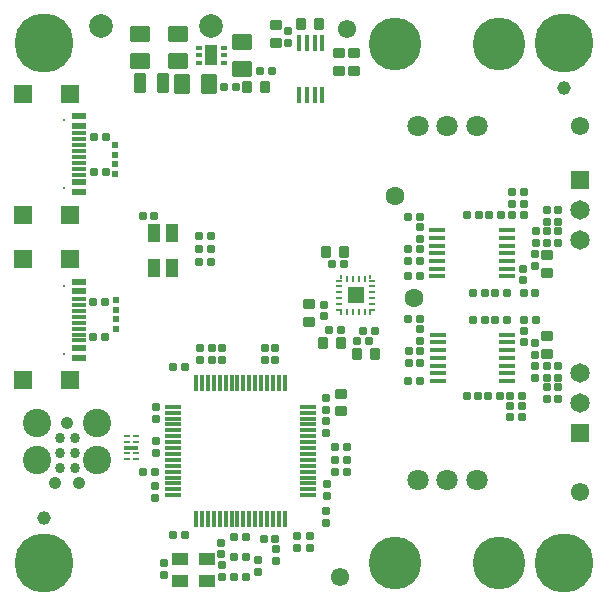
<source format=gbr>
%TF.GenerationSoftware,Altium Limited,Altium Designer,24.2.2 (26)*%
G04 Layer_Color=255*
%FSLAX45Y45*%
%MOMM*%
%TF.SameCoordinates,9421A899-AC1A-4384-8821-8213F9677E77*%
%TF.FilePolarity,Positive*%
%TF.FileFunction,Pads,Top*%
%TF.Part,Single*%
G01*
G75*
%TA.AperFunction,SMDPad,CuDef*%
%ADD10R,0.17500X0.40000*%
%ADD11R,0.57500X0.17500*%
%ADD12R,1.40000X1.40000*%
%ADD13R,0.25000X0.60000*%
%ADD14R,0.60000X0.25000*%
G04:AMPARAMS|DCode=15|XSize=0.6mm|YSize=0.7mm|CornerRadius=0.075mm|HoleSize=0mm|Usage=FLASHONLY|Rotation=0.000|XOffset=0mm|YOffset=0mm|HoleType=Round|Shape=RoundedRectangle|*
%AMROUNDEDRECTD15*
21,1,0.60000,0.55000,0,0,0.0*
21,1,0.45000,0.70000,0,0,0.0*
1,1,0.15000,0.22500,-0.27500*
1,1,0.15000,-0.22500,-0.27500*
1,1,0.15000,-0.22500,0.27500*
1,1,0.15000,0.22500,0.27500*
%
%ADD15ROUNDEDRECTD15*%
G04:AMPARAMS|DCode=16|XSize=0.8mm|YSize=1mm|CornerRadius=0.1mm|HoleSize=0mm|Usage=FLASHONLY|Rotation=0.000|XOffset=0mm|YOffset=0mm|HoleType=Round|Shape=RoundedRectangle|*
%AMROUNDEDRECTD16*
21,1,0.80000,0.80000,0,0,0.0*
21,1,0.60000,1.00000,0,0,0.0*
1,1,0.20000,0.30000,-0.40000*
1,1,0.20000,-0.30000,-0.40000*
1,1,0.20000,-0.30000,0.40000*
1,1,0.20000,0.30000,0.40000*
%
%ADD16ROUNDEDRECTD16*%
G04:AMPARAMS|DCode=17|XSize=0.6mm|YSize=0.7mm|CornerRadius=0.075mm|HoleSize=0mm|Usage=FLASHONLY|Rotation=90.000|XOffset=0mm|YOffset=0mm|HoleType=Round|Shape=RoundedRectangle|*
%AMROUNDEDRECTD17*
21,1,0.60000,0.55000,0,0,90.0*
21,1,0.45000,0.70000,0,0,90.0*
1,1,0.15000,0.27500,0.22500*
1,1,0.15000,0.27500,-0.22500*
1,1,0.15000,-0.27500,-0.22500*
1,1,0.15000,-0.27500,0.22500*
%
%ADD17ROUNDEDRECTD17*%
G04:AMPARAMS|DCode=18|XSize=0.8mm|YSize=1mm|CornerRadius=0.1mm|HoleSize=0mm|Usage=FLASHONLY|Rotation=90.000|XOffset=0mm|YOffset=0mm|HoleType=Round|Shape=RoundedRectangle|*
%AMROUNDEDRECTD18*
21,1,0.80000,0.80000,0,0,90.0*
21,1,0.60000,1.00000,0,0,90.0*
1,1,0.20000,0.40000,0.30000*
1,1,0.20000,0.40000,-0.30000*
1,1,0.20000,-0.40000,-0.30000*
1,1,0.20000,-0.40000,0.30000*
%
%ADD18ROUNDEDRECTD18*%
%ADD19R,1.47500X0.30000*%
%ADD20R,0.30000X1.47500*%
G04:AMPARAMS|DCode=21|XSize=1.3mm|YSize=1.1mm|CornerRadius=0.055mm|HoleSize=0mm|Usage=FLASHONLY|Rotation=0.000|XOffset=0mm|YOffset=0mm|HoleType=Round|Shape=RoundedRectangle|*
%AMROUNDEDRECTD21*
21,1,1.30000,0.99000,0,0,0.0*
21,1,1.19000,1.10000,0,0,0.0*
1,1,0.11000,0.59500,-0.49500*
1,1,0.11000,-0.59500,-0.49500*
1,1,0.11000,-0.59500,0.49500*
1,1,0.11000,0.59500,0.49500*
%
%ADD21ROUNDEDRECTD21*%
%TA.AperFunction,BGAPad,CuDef*%
%ADD22C,0.86300*%
%TA.AperFunction,SMDPad,CuDef*%
%ADD23R,0.60000X0.55000*%
%ADD24C,2.00000*%
%ADD25R,0.60000X0.35000*%
%ADD26R,1.10000X1.70000*%
G04:AMPARAMS|DCode=27|XSize=1.4mm|YSize=1.7mm|CornerRadius=0.175mm|HoleSize=0mm|Usage=FLASHONLY|Rotation=270.000|XOffset=0mm|YOffset=0mm|HoleType=Round|Shape=RoundedRectangle|*
%AMROUNDEDRECTD27*
21,1,1.40000,1.35000,0,0,270.0*
21,1,1.05000,1.70000,0,0,270.0*
1,1,0.35000,-0.67500,-0.52500*
1,1,0.35000,-0.67500,0.52500*
1,1,0.35000,0.67500,0.52500*
1,1,0.35000,0.67500,-0.52500*
%
%ADD27ROUNDEDRECTD27*%
G04:AMPARAMS|DCode=28|XSize=1mm|YSize=1.7mm|CornerRadius=0.125mm|HoleSize=0mm|Usage=FLASHONLY|Rotation=0.000|XOffset=0mm|YOffset=0mm|HoleType=Round|Shape=RoundedRectangle|*
%AMROUNDEDRECTD28*
21,1,1.00000,1.45000,0,0,0.0*
21,1,0.75000,1.70000,0,0,0.0*
1,1,0.25000,0.37500,-0.72500*
1,1,0.25000,-0.37500,-0.72500*
1,1,0.25000,-0.37500,0.72500*
1,1,0.25000,0.37500,0.72500*
%
%ADD28ROUNDEDRECTD28*%
G04:AMPARAMS|DCode=29|XSize=1.4mm|YSize=1.7mm|CornerRadius=0.175mm|HoleSize=0mm|Usage=FLASHONLY|Rotation=180.000|XOffset=0mm|YOffset=0mm|HoleType=Round|Shape=RoundedRectangle|*
%AMROUNDEDRECTD29*
21,1,1.40000,1.35000,0,0,180.0*
21,1,1.05000,1.70000,0,0,180.0*
1,1,0.35000,-0.52500,0.67500*
1,1,0.35000,0.52500,0.67500*
1,1,0.35000,0.52500,-0.67500*
1,1,0.35000,-0.52500,-0.67500*
%
%ADD29ROUNDEDRECTD29*%
%TA.AperFunction,ConnectorPad*%
%ADD30R,1.15000X0.60000*%
%ADD31R,1.15000X0.30000*%
%TA.AperFunction,SMDPad,CuDef*%
%ADD32R,1.50000X1.50000*%
%ADD33R,0.45000X1.40000*%
%ADD34R,1.47500X0.45000*%
%TA.AperFunction,TestPad*%
G04:AMPARAMS|DCode=35|XSize=0.2mm|YSize=0.5mm|CornerRadius=0.01mm|HoleSize=0mm|Usage=FLASHONLY|Rotation=90.000|XOffset=0mm|YOffset=0mm|HoleType=Round|Shape=RoundedRectangle|*
%AMROUNDEDRECTD35*
21,1,0.20000,0.48000,0,0,90.0*
21,1,0.18000,0.50000,0,0,90.0*
1,1,0.02000,0.24000,0.09000*
1,1,0.02000,0.24000,-0.09000*
1,1,0.02000,-0.24000,-0.09000*
1,1,0.02000,-0.24000,0.09000*
%
%ADD35ROUNDEDRECTD35*%
G04:AMPARAMS|DCode=36|XSize=0.4mm|YSize=1.2mm|CornerRadius=0.02mm|HoleSize=0mm|Usage=FLASHONLY|Rotation=90.000|XOffset=0mm|YOffset=0mm|HoleType=Round|Shape=RoundedRectangle|*
%AMROUNDEDRECTD36*
21,1,0.40000,1.16000,0,0,90.0*
21,1,0.36000,1.20000,0,0,90.0*
1,1,0.04000,0.58000,0.18000*
1,1,0.04000,0.58000,-0.18000*
1,1,0.04000,-0.58000,-0.18000*
1,1,0.04000,-0.58000,0.18000*
%
%ADD36ROUNDEDRECTD36*%
%TA.AperFunction,SMDPad,CuDef*%
%ADD37R,1.10000X1.50000*%
%TA.AperFunction,ComponentPad*%
%ADD46C,1.60000*%
%ADD47C,1.55000*%
%ADD48C,2.40000*%
%ADD49C,1.06700*%
%ADD50C,4.46000*%
%ADD51C,1.80000*%
%TA.AperFunction,WasherPad*%
%ADD52C,1.15200*%
%TA.AperFunction,ComponentPad*%
%ADD53C,0.32500*%
%TA.AperFunction,ViaPad*%
%ADD54C,5.00000*%
%TA.AperFunction,ComponentPad*%
%ADD55C,1.65000*%
%ADD56R,1.65000X1.65000*%
D10*
X8492670Y8284627D02*
D03*
X8735270Y8584827D02*
D03*
Y8284627D02*
D03*
X8492670Y8584827D02*
D03*
D11*
X8472670Y8556027D02*
D03*
X8755270Y8313427D02*
D03*
X8472670D02*
D03*
X8755270Y8556027D02*
D03*
D12*
X8613970Y8434727D02*
D03*
D13*
X8688970Y8294727D02*
D03*
X8638970D02*
D03*
X8588970D02*
D03*
X8538969D02*
D03*
Y8574727D02*
D03*
X8588970D02*
D03*
X8638970D02*
D03*
X8688970D02*
D03*
D14*
X8473970Y8359726D02*
D03*
Y8409727D02*
D03*
Y8459727D02*
D03*
Y8509727D02*
D03*
X8753970D02*
D03*
Y8459727D02*
D03*
Y8409727D02*
D03*
Y8359726D02*
D03*
D15*
X8390279Y8138100D02*
D03*
X8490279D02*
D03*
X8727220Y8043098D02*
D03*
X8627219D02*
D03*
X8777220Y8130992D02*
D03*
X8677220D02*
D03*
X8412779Y8696389D02*
D03*
X8512779D02*
D03*
X7389000Y8938297D02*
D03*
X7289000D02*
D03*
X7068723Y6407870D02*
D03*
X7168724D02*
D03*
X7681400Y6222133D02*
D03*
X7581400D02*
D03*
X7833705Y6370370D02*
D03*
X7933705D02*
D03*
X7681442Y6384632D02*
D03*
X7581442D02*
D03*
X7068766Y7822870D02*
D03*
X7168766D02*
D03*
X8537221Y6935684D02*
D03*
X8437221D02*
D03*
X8537221Y7145627D02*
D03*
X8437221D02*
D03*
X8537221Y7040656D02*
D03*
X8437221D02*
D03*
X7581140Y6050370D02*
D03*
X7681140D02*
D03*
X6812901Y6940400D02*
D03*
X6912901D02*
D03*
X7496928Y10201105D02*
D03*
X7596928D02*
D03*
X7804428Y10330600D02*
D03*
X7904428D02*
D03*
X6399400Y9775917D02*
D03*
X6499400D02*
D03*
X6396900Y9481600D02*
D03*
X6496900D02*
D03*
X6386900Y8378400D02*
D03*
X6486900D02*
D03*
X6386900Y8079100D02*
D03*
X6486900D02*
D03*
X9552014Y7581992D02*
D03*
X9652014D02*
D03*
X9835483Y7583150D02*
D03*
X9735483D02*
D03*
X9917013Y7401691D02*
D03*
X10017013D02*
D03*
X9917014Y7584162D02*
D03*
X10017014D02*
D03*
X10016999Y7493369D02*
D03*
X9916998D02*
D03*
X10037014Y8221002D02*
D03*
X10137015D02*
D03*
X9895483Y8228454D02*
D03*
X9795483D02*
D03*
X9604499Y8229021D02*
D03*
X9704499D02*
D03*
X9554514Y9116202D02*
D03*
X9654514D02*
D03*
X9842983Y9116440D02*
D03*
X9742983D02*
D03*
X9939514Y9308402D02*
D03*
X10039514D02*
D03*
X9937015Y9115873D02*
D03*
X10037015D02*
D03*
X10040483Y9209159D02*
D03*
X9940483D02*
D03*
X10034514Y8456700D02*
D03*
X10134514D02*
D03*
X9892983Y8456743D02*
D03*
X9792983D02*
D03*
X9604514Y8455730D02*
D03*
X9704514D02*
D03*
X7289009Y8717131D02*
D03*
X7389009D02*
D03*
X7289000Y8827132D02*
D03*
X7389000D02*
D03*
X6908279Y9107868D02*
D03*
X6808279D02*
D03*
X9054700Y7709501D02*
D03*
X9154701D02*
D03*
X9054719Y8230501D02*
D03*
X9154719D02*
D03*
X9057200Y8594501D02*
D03*
X9157200D02*
D03*
X9057198Y9095902D02*
D03*
X9157198D02*
D03*
D16*
X8490278Y8028100D02*
D03*
X8340278D02*
D03*
X8627220Y7933070D02*
D03*
X8777220D02*
D03*
X8515278Y8803860D02*
D03*
X8365278D02*
D03*
X7845572Y10201312D02*
D03*
X7695572D02*
D03*
X8151745Y10729425D02*
D03*
X8301745D02*
D03*
D17*
X8340934Y8255279D02*
D03*
Y8355279D02*
D03*
X7291650Y7986599D02*
D03*
Y7886599D02*
D03*
X7935369Y6183651D02*
D03*
Y6283651D02*
D03*
X7475801Y6339636D02*
D03*
Y6239636D02*
D03*
X7787218Y6093384D02*
D03*
Y6193384D02*
D03*
X7478169Y6052867D02*
D03*
Y6152867D02*
D03*
X7932131Y7886600D02*
D03*
Y7986600D02*
D03*
X7842131Y7886600D02*
D03*
Y7986600D02*
D03*
X7392871D02*
D03*
Y7886600D02*
D03*
X8362132Y7461287D02*
D03*
Y7561287D02*
D03*
X8362101Y7270367D02*
D03*
Y7370367D02*
D03*
X8358240Y6510281D02*
D03*
Y6610281D02*
D03*
X8223295Y6292801D02*
D03*
Y6392801D02*
D03*
X8118323Y6292781D02*
D03*
Y6392781D02*
D03*
X8372100Y6738809D02*
D03*
Y6838809D02*
D03*
X6919600Y7390366D02*
D03*
Y7490366D02*
D03*
X6919600Y7200401D02*
D03*
Y7100401D02*
D03*
X6991701Y6164302D02*
D03*
Y6064302D02*
D03*
X6917869Y6816257D02*
D03*
Y6716257D02*
D03*
X7482871Y7986600D02*
D03*
Y7886600D02*
D03*
X8036637Y10571928D02*
D03*
Y10671928D02*
D03*
X9156398Y7960485D02*
D03*
Y7860485D02*
D03*
X10130435Y7738002D02*
D03*
Y7838002D02*
D03*
X9060501Y7960488D02*
D03*
Y7860488D02*
D03*
X10230592Y7738002D02*
D03*
Y7838002D02*
D03*
X10324300Y7656883D02*
D03*
Y7556883D02*
D03*
X10324324Y7837985D02*
D03*
Y7737985D02*
D03*
X10230599Y7656902D02*
D03*
Y7556902D02*
D03*
X10127986Y7930730D02*
D03*
Y8030730D02*
D03*
X10035921Y8034517D02*
D03*
Y8134517D02*
D03*
X9156357Y8147985D02*
D03*
Y8047985D02*
D03*
X10136301Y8975486D02*
D03*
Y8875486D02*
D03*
X9156272Y8822986D02*
D03*
Y8722986D02*
D03*
X10230600Y8975486D02*
D03*
Y8875486D02*
D03*
X10324300Y9054500D02*
D03*
Y9154500D02*
D03*
X9053591Y8822986D02*
D03*
Y8722986D02*
D03*
X10324300Y8875500D02*
D03*
Y8975500D02*
D03*
X10230600Y9054517D02*
D03*
Y9154517D02*
D03*
X10127011Y8783483D02*
D03*
Y8683483D02*
D03*
X10033284Y8660486D02*
D03*
Y8560486D02*
D03*
X9158067Y9012986D02*
D03*
Y8912986D02*
D03*
D18*
X8218463Y8360279D02*
D03*
Y8210279D02*
D03*
X8487132Y7601331D02*
D03*
Y7451331D02*
D03*
X7935574Y10721662D02*
D03*
Y10571662D02*
D03*
X8474425Y10485701D02*
D03*
Y10335701D02*
D03*
X8601925Y10335700D02*
D03*
Y10485700D02*
D03*
X10235758Y8089518D02*
D03*
Y7939518D02*
D03*
X10233449Y8622985D02*
D03*
Y8772985D02*
D03*
D19*
X7063361Y6740600D02*
D03*
Y6790600D02*
D03*
Y6840600D02*
D03*
Y6890600D02*
D03*
Y6940600D02*
D03*
Y6990600D02*
D03*
Y7040600D02*
D03*
Y7090600D02*
D03*
Y7140600D02*
D03*
Y7190600D02*
D03*
Y7240600D02*
D03*
Y7290600D02*
D03*
Y7340600D02*
D03*
Y7390600D02*
D03*
Y7440600D02*
D03*
Y7490600D02*
D03*
X8210960D02*
D03*
Y7440600D02*
D03*
Y7390600D02*
D03*
Y7340600D02*
D03*
Y7290600D02*
D03*
Y7240600D02*
D03*
Y7190600D02*
D03*
Y7140600D02*
D03*
Y7090600D02*
D03*
Y7040600D02*
D03*
Y6990600D02*
D03*
Y6940600D02*
D03*
Y6890600D02*
D03*
Y6840600D02*
D03*
Y6790600D02*
D03*
Y6740600D02*
D03*
D20*
X7262160Y7689400D02*
D03*
X7312160D02*
D03*
X7362161D02*
D03*
X7412160D02*
D03*
X7462161D02*
D03*
X7512160D02*
D03*
X7562160D02*
D03*
X7612161D02*
D03*
X7662160D02*
D03*
X7712161D02*
D03*
X7762160D02*
D03*
X7812160D02*
D03*
X7862161D02*
D03*
X7912160D02*
D03*
X7962161D02*
D03*
X8012161D02*
D03*
Y6541800D02*
D03*
X7962161D02*
D03*
X7912160D02*
D03*
X7862161D02*
D03*
X7812160D02*
D03*
X7762160D02*
D03*
X7712161D02*
D03*
X7662160D02*
D03*
X7612161D02*
D03*
X7562160D02*
D03*
X7512160D02*
D03*
X7462161D02*
D03*
X7412160D02*
D03*
X7362161D02*
D03*
X7312160D02*
D03*
X7262160D02*
D03*
D21*
X7125755Y6205364D02*
D03*
Y6015364D02*
D03*
X7355755Y6205364D02*
D03*
Y6015364D02*
D03*
D22*
X6109354Y7228325D02*
D03*
Y7101325D02*
D03*
Y6974325D02*
D03*
X6236354Y7228325D02*
D03*
Y7101325D02*
D03*
Y6974325D02*
D03*
D23*
X6579428Y9618473D02*
D03*
Y9703473D02*
D03*
X6579400Y9543500D02*
D03*
Y9458500D02*
D03*
X6581900Y8236870D02*
D03*
Y8398152D02*
D03*
Y8313152D02*
D03*
Y8151870D02*
D03*
D24*
X7391300Y10710000D02*
D03*
X6452500Y10710000D02*
D03*
D25*
X7496281Y10399429D02*
D03*
Y10464429D02*
D03*
Y10529429D02*
D03*
X7286281D02*
D03*
Y10464429D02*
D03*
Y10399429D02*
D03*
D26*
X7391281Y10464429D02*
D03*
D27*
X7108073Y10414673D02*
D03*
Y10643273D02*
D03*
X6788074Y10414700D02*
D03*
Y10643300D02*
D03*
X7650573Y10350100D02*
D03*
Y10578700D02*
D03*
D28*
X6788664Y10228073D02*
D03*
X6978664D02*
D03*
D29*
X7144646Y10226927D02*
D03*
X7373246D02*
D03*
D30*
X6270237Y9949455D02*
D03*
Y9869454D02*
D03*
Y9389454D02*
D03*
Y9309454D02*
D03*
X6270200Y7906954D02*
D03*
Y7986954D02*
D03*
Y8466954D02*
D03*
Y8546954D02*
D03*
D31*
X6270237Y9754454D02*
D03*
Y9654454D02*
D03*
Y9604455D02*
D03*
Y9504454D02*
D03*
Y9454455D02*
D03*
Y9554454D02*
D03*
Y9704455D02*
D03*
Y9804454D02*
D03*
X6270200Y8401954D02*
D03*
Y8301954D02*
D03*
Y8151954D02*
D03*
Y8051954D02*
D03*
Y8101954D02*
D03*
Y8201954D02*
D03*
Y8251954D02*
D03*
Y8351954D02*
D03*
D32*
X6196237Y10141454D02*
D03*
Y9117454D02*
D03*
X5799237D02*
D03*
Y10141454D02*
D03*
X5799200Y8738954D02*
D03*
Y7714954D02*
D03*
X6196200D02*
D03*
Y8738954D02*
D03*
D33*
X8135730Y10573064D02*
D03*
X8200730D02*
D03*
X8265730D02*
D03*
X8330730D02*
D03*
Y10133064D02*
D03*
X8265730D02*
D03*
X8200730D02*
D03*
X8135730D02*
D03*
D34*
X9894263Y7709523D02*
D03*
Y7774523D02*
D03*
Y7839523D02*
D03*
Y7904523D02*
D03*
Y7969524D02*
D03*
Y8034523D02*
D03*
Y8099524D02*
D03*
X9306663D02*
D03*
Y8034523D02*
D03*
Y7969524D02*
D03*
Y7904523D02*
D03*
Y7839523D02*
D03*
Y7774523D02*
D03*
Y7709523D02*
D03*
X9892553Y8594523D02*
D03*
Y8659523D02*
D03*
Y8724523D02*
D03*
Y8789523D02*
D03*
Y8854524D02*
D03*
Y8919523D02*
D03*
Y8984524D02*
D03*
X9304953D02*
D03*
Y8919523D02*
D03*
Y8854524D02*
D03*
Y8789523D02*
D03*
Y8724523D02*
D03*
Y8659523D02*
D03*
Y8594523D02*
D03*
D35*
X6679802Y7045000D02*
D03*
X6749802D02*
D03*
X6679802Y7095000D02*
D03*
X6749802D02*
D03*
X6679802Y7195000D02*
D03*
Y7245000D02*
D03*
X6749802D02*
D03*
Y7195000D02*
D03*
D36*
X6714802Y7145000D02*
D03*
D37*
X6906487Y8964638D02*
D03*
Y8664638D02*
D03*
X7056487D02*
D03*
Y8964638D02*
D03*
D46*
X9104700Y8413055D02*
D03*
X8944699Y9273034D02*
D03*
D47*
X8479430Y6052147D02*
D03*
X8543039Y10685354D02*
D03*
X10511400Y6770479D02*
D03*
Y9869500D02*
D03*
D48*
X5918854Y7037825D02*
D03*
Y7355325D02*
D03*
X6426854D02*
D03*
Y7037825D02*
D03*
D49*
X6172854Y7355325D02*
D03*
X6274454Y6847325D02*
D03*
X6071254D02*
D03*
D50*
X8948100Y6169667D02*
D03*
X9828100D02*
D03*
X9828064Y10565333D02*
D03*
X8948064D02*
D03*
D51*
X9138100Y6869667D02*
D03*
X9388100D02*
D03*
X9638100D02*
D03*
X9638064Y9865333D02*
D03*
X9388064D02*
D03*
X9138064D02*
D03*
D52*
X5977500Y6552500D02*
D03*
X10377500Y10185000D02*
D03*
D53*
X6144237Y9918454D02*
D03*
Y9340455D02*
D03*
X6144200Y7937954D02*
D03*
Y8515954D02*
D03*
D54*
X10377500Y6167500D02*
D03*
Y10567500D02*
D03*
X5977500Y6167500D02*
D03*
X5977500Y10567500D02*
D03*
D55*
X10511400Y7773459D02*
D03*
Y7519459D02*
D03*
X10511399Y8899041D02*
D03*
Y9153041D02*
D03*
D56*
X10511400Y7265459D02*
D03*
X10511399Y9407041D02*
D03*
%TF.MD5,b58c5ab848696d9d3d285a4965d43aec*%
M02*

</source>
